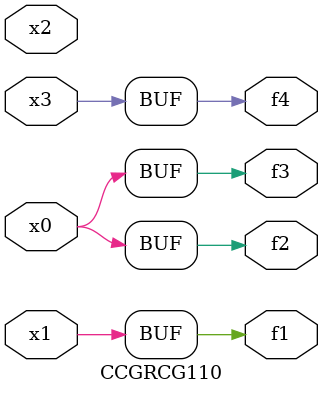
<source format=v>
module CCGRCG110(
	input x0, x1, x2, x3,
	output f1, f2, f3, f4
);
	assign f1 = x1;
	assign f2 = x0;
	assign f3 = x0;
	assign f4 = x3;
endmodule

</source>
